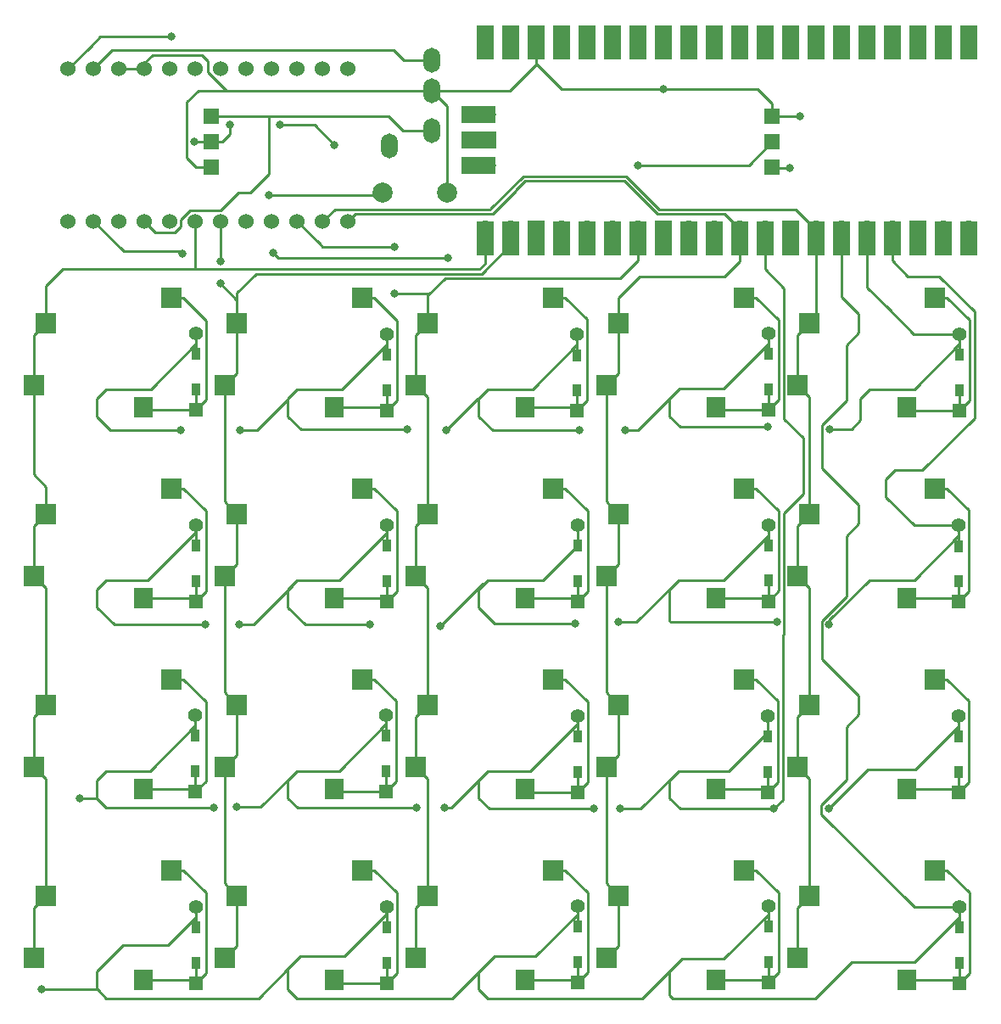
<source format=gbl>
G04 #@! TF.GenerationSoftware,KiCad,Pcbnew,(5.1.6-0-10_14)*
G04 #@! TF.CreationDate,2022-03-09T18:20:20+09:00*
G04 #@! TF.ProjectId,cool640,636f6f6c-3634-4302-9e6b-696361645f70,rev?*
G04 #@! TF.SameCoordinates,Original*
G04 #@! TF.FileFunction,Copper,L2,Bot*
G04 #@! TF.FilePolarity,Positive*
%FSLAX46Y46*%
G04 Gerber Fmt 4.6, Leading zero omitted, Abs format (unit mm)*
G04 Created by KiCad (PCBNEW (5.1.6-0-10_14)) date 2022-03-09 18:20:20*
%MOMM*%
%LPD*%
G01*
G04 APERTURE LIST*
G04 #@! TA.AperFunction,ComponentPad*
%ADD10C,1.524000*%
G04 #@! TD*
G04 #@! TA.AperFunction,ComponentPad*
%ADD11C,2.000000*%
G04 #@! TD*
G04 #@! TA.AperFunction,ComponentPad*
%ADD12O,1.700000X1.700000*%
G04 #@! TD*
G04 #@! TA.AperFunction,ComponentPad*
%ADD13R,1.700000X1.700000*%
G04 #@! TD*
G04 #@! TA.AperFunction,SMDPad,CuDef*
%ADD14R,1.700000X3.500000*%
G04 #@! TD*
G04 #@! TA.AperFunction,SMDPad,CuDef*
%ADD15R,3.500000X1.700000*%
G04 #@! TD*
G04 #@! TA.AperFunction,ComponentPad*
%ADD16O,1.700000X2.500000*%
G04 #@! TD*
G04 #@! TA.AperFunction,SMDPad,CuDef*
%ADD17R,1.524000X1.524000*%
G04 #@! TD*
G04 #@! TA.AperFunction,SMDPad,CuDef*
%ADD18R,2.000000X2.000000*%
G04 #@! TD*
G04 #@! TA.AperFunction,SMDPad,CuDef*
%ADD19R,1.900000X2.000000*%
G04 #@! TD*
G04 #@! TA.AperFunction,ComponentPad*
%ADD20C,1.397000*%
G04 #@! TD*
G04 #@! TA.AperFunction,ComponentPad*
%ADD21R,1.397000X1.397000*%
G04 #@! TD*
G04 #@! TA.AperFunction,SMDPad,CuDef*
%ADD22R,0.950000X1.300000*%
G04 #@! TD*
G04 #@! TA.AperFunction,ViaPad*
%ADD23C,0.800000*%
G04 #@! TD*
G04 #@! TA.AperFunction,Conductor*
%ADD24C,0.250000*%
G04 #@! TD*
G04 APERTURE END LIST*
D10*
X-4678000Y12651400D03*
X-2138000Y12651400D03*
X402000Y12651400D03*
X2942000Y12651400D03*
X5482000Y12651400D03*
X8022000Y12651400D03*
X10562000Y12651400D03*
X13102000Y12651400D03*
X15642000Y12651400D03*
X18182000Y12651400D03*
X20722000Y12651400D03*
X23262000Y12651400D03*
X23262000Y27871400D03*
X20722000Y27871400D03*
X18182000Y27871400D03*
X15642000Y27871400D03*
X13102000Y27871400D03*
X10562000Y27871400D03*
X8022000Y27871400D03*
X5482000Y27871400D03*
X2942000Y27871400D03*
X402000Y27871400D03*
X-2138000Y27871400D03*
X-4678000Y27871400D03*
D11*
X33180000Y15580000D03*
X26680000Y15580000D03*
D12*
X85200000Y11880000D03*
X82660000Y11880000D03*
D13*
X80120000Y11880000D03*
D12*
X77580000Y11880000D03*
X75040000Y11880000D03*
X72500000Y11880000D03*
X69960000Y11880000D03*
D13*
X67420000Y11880000D03*
D12*
X64880000Y11880000D03*
X62340000Y11880000D03*
X59800000Y11880000D03*
X57260000Y11880000D03*
D13*
X54720000Y11880000D03*
D12*
X52180000Y11880000D03*
X49640000Y11880000D03*
X47100000Y11880000D03*
X44560000Y11880000D03*
D13*
X42020000Y11880000D03*
D12*
X39480000Y11880000D03*
X36940000Y11880000D03*
X36940000Y29660000D03*
X39480000Y29660000D03*
D13*
X42020000Y29660000D03*
D12*
X44560000Y29660000D03*
X47100000Y29660000D03*
X49640000Y29660000D03*
X52180000Y29660000D03*
D13*
X54720000Y29660000D03*
D12*
X57260000Y29660000D03*
X59800000Y29660000D03*
X62340000Y29660000D03*
X64880000Y29660000D03*
D13*
X67420000Y29660000D03*
D12*
X69960000Y29660000D03*
X72500000Y29660000D03*
X75040000Y29660000D03*
X77580000Y29660000D03*
D13*
X80120000Y29660000D03*
D12*
X82660000Y29660000D03*
X85200000Y29660000D03*
D14*
X85200000Y10980000D03*
X82660000Y10980000D03*
X80120000Y10980000D03*
X77580000Y10980000D03*
X75040000Y10980000D03*
X72500000Y10980000D03*
X69960000Y10980000D03*
X67420000Y10980000D03*
X64880000Y10980000D03*
X62340000Y10980000D03*
X59800000Y10980000D03*
X57260000Y10980000D03*
X54720000Y10980000D03*
X52180000Y10980000D03*
X49640000Y10980000D03*
X47100000Y10980000D03*
X44560000Y10980000D03*
X42020000Y10980000D03*
X39480000Y10980000D03*
X36940000Y10980000D03*
X85200000Y30560000D03*
X82660000Y30560000D03*
X80120000Y30560000D03*
X77580000Y30560000D03*
X75040000Y30560000D03*
X72500000Y30560000D03*
X69960000Y30560000D03*
X67420000Y30560000D03*
X64880000Y30560000D03*
X62340000Y30560000D03*
X59800000Y30560000D03*
X57260000Y30560000D03*
X54720000Y30560000D03*
X52180000Y30560000D03*
X49640000Y30560000D03*
X47100000Y30560000D03*
X44560000Y30560000D03*
X42020000Y30560000D03*
X39480000Y30560000D03*
X36940000Y30560000D03*
D15*
X36270000Y18230000D03*
D12*
X37170000Y18230000D03*
D15*
X36270000Y20770000D03*
D13*
X37170000Y20770000D03*
D15*
X36270000Y23310000D03*
D12*
X37170000Y23310000D03*
D16*
X31590000Y28730000D03*
X31590000Y25730000D03*
X31590000Y21730000D03*
X27390000Y20230000D03*
D17*
X9620000Y23160000D03*
X9620000Y20620000D03*
X9620000Y18080000D03*
D18*
X49050000Y-22750000D03*
D19*
X59950000Y-24950000D03*
D18*
X50250000Y-16510000D03*
X62750000Y-13970000D03*
X68100000Y-22750000D03*
D19*
X79000000Y-24950000D03*
D18*
X69300000Y-16510000D03*
X81800000Y-13970000D03*
X30000000Y-22750000D03*
D19*
X40900000Y-24950000D03*
D18*
X31200000Y-16510000D03*
X43700000Y-13970000D03*
X10950000Y-22750000D03*
D19*
X21850000Y-24950000D03*
D18*
X12150000Y-16510000D03*
X24650000Y-13970000D03*
X-8100000Y-41800000D03*
D19*
X2800000Y-44000000D03*
D18*
X-6900000Y-35560000D03*
X5600000Y-33020000D03*
X10950000Y-60850000D03*
D19*
X21850000Y-63050000D03*
D18*
X12150000Y-54610000D03*
X24650000Y-52070000D03*
D20*
X84290000Y-55780000D03*
D21*
X84290000Y-63400000D03*
D22*
X84290000Y-61365000D03*
X84290000Y-57815000D03*
D18*
X30000000Y-41800000D03*
D19*
X40900000Y-44000000D03*
D18*
X31200000Y-35560000D03*
X43700000Y-33020000D03*
X10950000Y-41800000D03*
D19*
X21850000Y-44000000D03*
D18*
X12150000Y-35560000D03*
X24650000Y-33020000D03*
X68100000Y-60850000D03*
D19*
X79000000Y-63050000D03*
D18*
X69300000Y-54610000D03*
X81800000Y-52070000D03*
X49050000Y-60850000D03*
D19*
X59950000Y-63050000D03*
D18*
X50250000Y-54610000D03*
X62750000Y-52070000D03*
X-8100000Y-60850000D03*
D19*
X2800000Y-63050000D03*
D18*
X-6900000Y-54610000D03*
X5600000Y-52070000D03*
X68100000Y-41800000D03*
D19*
X79000000Y-44000000D03*
D18*
X69300000Y-35560000D03*
X81800000Y-33020000D03*
X49050000Y-41800000D03*
D19*
X59950000Y-44000000D03*
D18*
X50250000Y-35560000D03*
X62750000Y-33020000D03*
D20*
X27160000Y1410000D03*
D21*
X27160000Y-6210000D03*
D22*
X27160000Y-4175000D03*
X27160000Y-625000D03*
D20*
X8110000Y1450000D03*
D21*
X8110000Y-6170000D03*
D22*
X8110000Y-4135000D03*
X8110000Y-585000D03*
D20*
X65230000Y1480000D03*
D21*
X65230000Y-6140000D03*
D22*
X65230000Y-4105000D03*
X65230000Y-555000D03*
D20*
X46120000Y1360000D03*
D21*
X46120000Y-6260000D03*
D22*
X46120000Y-4225000D03*
X46120000Y-675000D03*
D20*
X84300000Y1420000D03*
D21*
X84300000Y-6200000D03*
D22*
X84300000Y-4165000D03*
X84300000Y-615000D03*
D20*
X84200000Y-17690000D03*
D21*
X84200000Y-25310000D03*
D22*
X84200000Y-23275000D03*
X84200000Y-19725000D03*
D20*
X65220000Y-17610000D03*
D21*
X65220000Y-25230000D03*
D22*
X65220000Y-23195000D03*
X65220000Y-19645000D03*
D20*
X46140000Y-17660000D03*
D21*
X46140000Y-25280000D03*
D22*
X46140000Y-23245000D03*
X46140000Y-19695000D03*
D20*
X27090000Y-17620000D03*
D21*
X27090000Y-25240000D03*
D22*
X27090000Y-23205000D03*
X27090000Y-19655000D03*
D20*
X8070000Y-17620000D03*
D21*
X8070000Y-25240000D03*
D22*
X8070000Y-23205000D03*
X8070000Y-19655000D03*
D18*
X68100000Y-3700000D03*
D19*
X79000000Y-5900000D03*
D18*
X69300000Y2540000D03*
X81800000Y5080000D03*
X49050000Y-3700000D03*
D19*
X59950000Y-5900000D03*
D18*
X50250000Y2540000D03*
X62750000Y5080000D03*
X30000000Y-3700000D03*
D19*
X40900000Y-5900000D03*
D18*
X31200000Y2540000D03*
X43700000Y5080000D03*
X10950000Y-3700000D03*
D19*
X21850000Y-5900000D03*
D18*
X12150000Y2540000D03*
X24650000Y5080000D03*
X-8100000Y-3700000D03*
D19*
X2800000Y-5900000D03*
D18*
X-6900000Y2540000D03*
X5600000Y5080000D03*
D20*
X65210000Y-55680000D03*
D21*
X65210000Y-63300000D03*
D22*
X65210000Y-61265000D03*
X65210000Y-57715000D03*
D20*
X46160000Y-55650000D03*
D21*
X46160000Y-63270000D03*
D22*
X46160000Y-61235000D03*
X46160000Y-57685000D03*
D20*
X27150000Y-55720000D03*
D21*
X27150000Y-63340000D03*
D22*
X27150000Y-61305000D03*
X27150000Y-57755000D03*
D20*
X8050000Y-55740000D03*
D21*
X8050000Y-63360000D03*
D22*
X8050000Y-61325000D03*
X8050000Y-57775000D03*
D20*
X84220000Y-36690000D03*
D21*
X84220000Y-44310000D03*
D22*
X84220000Y-42275000D03*
X84220000Y-38725000D03*
D20*
X65170000Y-36710000D03*
D21*
X65170000Y-44330000D03*
D22*
X65170000Y-42295000D03*
X65170000Y-38745000D03*
D20*
X46150000Y-36700000D03*
D21*
X46150000Y-44320000D03*
D22*
X46150000Y-42285000D03*
X46150000Y-38735000D03*
D20*
X27060000Y-36640000D03*
D21*
X27060000Y-44260000D03*
D22*
X27060000Y-42225000D03*
X27060000Y-38675000D03*
D20*
X8030000Y-36650000D03*
D21*
X8030000Y-44270000D03*
D22*
X8030000Y-42235000D03*
X8030000Y-38685000D03*
D18*
X-8100000Y-22750000D03*
D19*
X2800000Y-24950000D03*
D18*
X-6900000Y-16510000D03*
X5600000Y-13970000D03*
X30000000Y-60850000D03*
D19*
X40900000Y-63050000D03*
D18*
X31200000Y-54610000D03*
X43700000Y-52070000D03*
D17*
X65580000Y18070000D03*
X65580000Y20610000D03*
X65580000Y23150000D03*
D23*
X15370000Y15270000D03*
X65110000Y-7870000D03*
X71290000Y-8040000D03*
X46390000Y-8190000D03*
X50920000Y-8140000D03*
X33050000Y-8160000D03*
X12450000Y-8160000D03*
X6590000Y-8160000D03*
X29130000Y-8120000D03*
X71280000Y-27540000D03*
X50240000Y-27340000D03*
X12370000Y-27530000D03*
X9010000Y-27570000D03*
X66050000Y-27340000D03*
X32430000Y-27720000D03*
X45930000Y-27440000D03*
X25420000Y-27560000D03*
X9830000Y-45850000D03*
X12170000Y-45800000D03*
X32900000Y-45850000D03*
X30060000Y-45850000D03*
X65750000Y-45960000D03*
X-3540000Y-44890000D03*
X47750000Y-45970000D03*
X50420000Y-45970000D03*
X71220000Y-45960000D03*
X-7360000Y-63970000D03*
X10560000Y8680000D03*
X10500000Y6450000D03*
X27860000Y10150000D03*
X27870000Y5460000D03*
X15820000Y9510000D03*
X6760000Y9465000D03*
X33190000Y9030000D03*
X54720000Y25850000D03*
X68330000Y23180000D03*
X67340000Y17990000D03*
X21870000Y20320000D03*
X5590000Y31080000D03*
X7880000Y20630000D03*
X11460000Y22290000D03*
X16460000Y22290000D03*
X52220000Y18270000D03*
D24*
X5600000Y5080000D02*
X6850000Y5080000D01*
X9133501Y2796499D02*
X9133501Y-5146499D01*
X9133501Y-5146499D02*
X8110000Y-6170000D01*
X6850000Y5080000D02*
X9133501Y2796499D01*
X8110000Y-4135000D02*
X8110000Y-6170000D01*
X3070000Y-6170000D02*
X2800000Y-5900000D01*
X8110000Y-6170000D02*
X3070000Y-6170000D01*
X27160000Y-6210000D02*
X27160000Y-4175000D01*
X21850000Y-5900000D02*
X26850000Y-5900000D01*
X28183501Y-5186499D02*
X27160000Y-6210000D01*
X24650000Y5080000D02*
X25900000Y5080000D01*
X25900000Y5080000D02*
X28183501Y2796499D01*
X28183501Y2796499D02*
X28183501Y-5186499D01*
X26850000Y-5900000D02*
X27160000Y-6210000D01*
X43700000Y5080000D02*
X44950000Y5080000D01*
X46120000Y-4225000D02*
X46120000Y-6260000D01*
X47143501Y2886499D02*
X47143501Y-5236499D01*
X47143501Y-5236499D02*
X46120000Y-6260000D01*
X44950000Y5080000D02*
X47143501Y2886499D01*
X45760000Y-5900000D02*
X46120000Y-6260000D01*
X40900000Y-5900000D02*
X45760000Y-5900000D01*
X60190000Y-6140000D02*
X59950000Y-5900000D01*
X65230000Y-6140000D02*
X60190000Y-6140000D01*
X65230000Y-6140000D02*
X65230000Y-4105000D01*
X64000000Y5080000D02*
X66253501Y2826499D01*
X66253501Y-5116499D02*
X65230000Y-6140000D01*
X66253501Y2826499D02*
X66253501Y-5116499D01*
X62750000Y5080000D02*
X64000000Y5080000D01*
X85323501Y-5176499D02*
X84300000Y-6200000D01*
X84300000Y-6200000D02*
X84300000Y-4165000D01*
X81800000Y5080000D02*
X83050000Y5080000D01*
X83050000Y5080000D02*
X85323501Y2806499D01*
X85323501Y2806499D02*
X85323501Y-5176499D01*
X79300000Y-6200000D02*
X79000000Y-5900000D01*
X84300000Y-6200000D02*
X79300000Y-6200000D01*
X9093501Y-24216499D02*
X8070000Y-25240000D01*
X7780000Y-24950000D02*
X8070000Y-25240000D01*
X9093501Y-16213501D02*
X9093501Y-24216499D01*
X8070000Y-25240000D02*
X8070000Y-23205000D01*
X5600000Y-13970000D02*
X6850000Y-13970000D01*
X6850000Y-13970000D02*
X9093501Y-16213501D01*
X2800000Y-24950000D02*
X7780000Y-24950000D01*
X27090000Y-25240000D02*
X27090000Y-23205000D01*
X26800000Y-24950000D02*
X27090000Y-25240000D01*
X21850000Y-24950000D02*
X26800000Y-24950000D01*
X25900000Y-13970000D02*
X28113501Y-16183501D01*
X24650000Y-13970000D02*
X25900000Y-13970000D01*
X28113501Y-16183501D02*
X28113501Y-24216499D01*
X28113501Y-24216499D02*
X27090000Y-25240000D01*
X44950000Y-13970000D02*
X47163501Y-16183501D01*
X46140000Y-25280000D02*
X46140000Y-23245000D01*
X47163501Y-24256499D02*
X46140000Y-25280000D01*
X43700000Y-13970000D02*
X44950000Y-13970000D01*
X47163501Y-16183501D02*
X47163501Y-24256499D01*
X40900000Y-24950000D02*
X45810000Y-24950000D01*
X45810000Y-24950000D02*
X46140000Y-25280000D01*
X65220000Y-25230000D02*
X65220000Y-23195000D01*
X66243501Y-16213501D02*
X66243501Y-24206499D01*
X66243501Y-24206499D02*
X65220000Y-25230000D01*
X64940000Y-24950000D02*
X65220000Y-25230000D01*
X62750000Y-13970000D02*
X64000000Y-13970000D01*
X64000000Y-13970000D02*
X66243501Y-16213501D01*
X59950000Y-24950000D02*
X64940000Y-24950000D01*
X83840000Y-24950000D02*
X84200000Y-25310000D01*
X79000000Y-24950000D02*
X83840000Y-24950000D01*
X81800000Y-13970000D02*
X83050000Y-13970000D01*
X85223501Y-16143501D02*
X85223501Y-24286499D01*
X85223501Y-24286499D02*
X84200000Y-25310000D01*
X83050000Y-13970000D02*
X85223501Y-16143501D01*
X84200000Y-25310000D02*
X84200000Y-23275000D01*
X6850000Y-33020000D02*
X9053501Y-35223501D01*
X9053501Y-35223501D02*
X9053501Y-43246499D01*
X9053501Y-43246499D02*
X8030000Y-44270000D01*
X5600000Y-33020000D02*
X6850000Y-33020000D01*
X7760000Y-44000000D02*
X8030000Y-44270000D01*
X2800000Y-44000000D02*
X7760000Y-44000000D01*
X8030000Y-42235000D02*
X8030000Y-44270000D01*
X28083501Y-35203501D02*
X28083501Y-43236499D01*
X24650000Y-33020000D02*
X25900000Y-33020000D01*
X28083501Y-43236499D02*
X27060000Y-44260000D01*
X25900000Y-33020000D02*
X28083501Y-35203501D01*
X22110000Y-44260000D02*
X21850000Y-44000000D01*
X27060000Y-44260000D02*
X22110000Y-44260000D01*
X27060000Y-42225000D02*
X27060000Y-44260000D01*
X46150000Y-42285000D02*
X46150000Y-44320000D01*
X41220000Y-44320000D02*
X40900000Y-44000000D01*
X46150000Y-44320000D02*
X41220000Y-44320000D01*
X47173501Y-43296499D02*
X46150000Y-44320000D01*
X43700000Y-33020000D02*
X44950000Y-33020000D01*
X47173501Y-35243501D02*
X47173501Y-43296499D01*
X44950000Y-33020000D02*
X47173501Y-35243501D01*
X65170000Y-44330000D02*
X65170000Y-42295000D01*
X59950000Y-44000000D02*
X64840000Y-44000000D01*
X64840000Y-44000000D02*
X65170000Y-44330000D01*
X66193501Y-43306499D02*
X65170000Y-44330000D01*
X64000000Y-33020000D02*
X66193501Y-35213501D01*
X62750000Y-33020000D02*
X64000000Y-33020000D01*
X66193501Y-35213501D02*
X66193501Y-43306499D01*
X85243501Y-35213501D02*
X85243501Y-43286499D01*
X83050000Y-33020000D02*
X85243501Y-35213501D01*
X81800000Y-33020000D02*
X83050000Y-33020000D01*
X85243501Y-43286499D02*
X84220000Y-44310000D01*
X79000000Y-44000000D02*
X83910000Y-44000000D01*
X83910000Y-44000000D02*
X84220000Y-44310000D01*
X84220000Y-44310000D02*
X84220000Y-42275000D01*
X2800000Y-63050000D02*
X7740000Y-63050000D01*
X7740000Y-63050000D02*
X8050000Y-63360000D01*
X8050000Y-63360000D02*
X8050000Y-61325000D01*
X6850000Y-52070000D02*
X9073501Y-54293501D01*
X5600000Y-52070000D02*
X6850000Y-52070000D01*
X9073501Y-54293501D02*
X9073501Y-62336499D01*
X9073501Y-62336499D02*
X8050000Y-63360000D01*
X24650000Y-52070000D02*
X25900000Y-52070000D01*
X27150000Y-61305000D02*
X27150000Y-63340000D01*
X28173501Y-54343501D02*
X28173501Y-62316499D01*
X25900000Y-52070000D02*
X28173501Y-54343501D01*
X28173501Y-62316499D02*
X27150000Y-63340000D01*
X27150000Y-63340000D02*
X22140000Y-63340000D01*
X22140000Y-63340000D02*
X21850000Y-63050000D01*
X43700000Y-52070000D02*
X44950000Y-52070000D01*
X47183501Y-54303501D02*
X47183501Y-62246499D01*
X44950000Y-52070000D02*
X47183501Y-54303501D01*
X47183501Y-62246499D02*
X46160000Y-63270000D01*
X40900000Y-63050000D02*
X45940000Y-63050000D01*
X45940000Y-63050000D02*
X46160000Y-63270000D01*
X46160000Y-63270000D02*
X46160000Y-61235000D01*
X65210000Y-61265000D02*
X65210000Y-63300000D01*
X66233501Y-54303501D02*
X66233501Y-62276499D01*
X64960000Y-63050000D02*
X65210000Y-63300000D01*
X66233501Y-62276499D02*
X65210000Y-63300000D01*
X64000000Y-52070000D02*
X66233501Y-54303501D01*
X62750000Y-52070000D02*
X64000000Y-52070000D01*
X59950000Y-63050000D02*
X64960000Y-63050000D01*
X84290000Y-63400000D02*
X84290000Y-61365000D01*
X85313501Y-54333501D02*
X85313501Y-62376499D01*
X83050000Y-52070000D02*
X85313501Y-54333501D01*
X81800000Y-52070000D02*
X83050000Y-52070000D01*
X85313501Y-62376499D02*
X84290000Y-63400000D01*
X79000000Y-63050000D02*
X83940000Y-63050000D01*
X83940000Y-63050000D02*
X84290000Y-63400000D01*
X402000Y12651400D02*
X381400Y12651400D01*
X15370000Y15270000D02*
X26370000Y15270000D01*
X26370000Y15270000D02*
X26680000Y15580000D01*
X65230000Y-555000D02*
X65230000Y1480000D01*
X74374999Y-7174999D02*
X73509998Y-8040000D01*
X84300000Y1420000D02*
X84300000Y-615000D01*
X60727828Y-4010000D02*
X65230000Y492172D01*
X76914999Y4203999D02*
X77124499Y3994499D01*
X75040000Y6078998D02*
X77124499Y3994499D01*
X77124499Y3994499D02*
X79698998Y1420000D01*
X75040000Y11880000D02*
X75040000Y6078998D01*
X17224999Y-5023999D02*
X17224999Y-5105001D01*
X27160000Y-625000D02*
X27160000Y1410000D01*
X55324999Y-5023999D02*
X55296001Y-5023999D01*
X73509998Y-8040000D02*
X71290000Y-8040000D01*
X23262000Y27871400D02*
X23262000Y28022000D01*
X79792829Y-4074999D02*
X75323999Y-4074999D01*
X36274999Y-6776001D02*
X36274999Y-5023999D01*
X37688998Y-8190000D02*
X36274999Y-6776001D01*
X74374999Y-5023999D02*
X74374999Y-7174999D01*
X84300000Y1420000D02*
X84300000Y432172D01*
X84300000Y432172D02*
X79792829Y-4074999D01*
X75323999Y-4074999D02*
X74374999Y-5023999D01*
X46390000Y-8190000D02*
X37688998Y-8190000D01*
X46120000Y1360000D02*
X46120000Y-675000D01*
X55324999Y-5023999D02*
X56338998Y-4010000D01*
X55324999Y-6776001D02*
X55324999Y-5023999D01*
X56418998Y-7870000D02*
X55324999Y-6776001D01*
X65110000Y-7870000D02*
X56418998Y-7870000D01*
X55296001Y-5023999D02*
X52180000Y-8140000D01*
X41672829Y-4074999D02*
X46120000Y372172D01*
X46120000Y372172D02*
X46120000Y1360000D01*
X37223999Y-4074999D02*
X41672829Y-4074999D01*
X52180000Y-8140000D02*
X50920000Y-8140000D01*
X56338998Y-4010000D02*
X60727828Y-4010000D01*
X65230000Y492172D02*
X65230000Y1480000D01*
X8110000Y1450000D02*
X8110000Y-585000D01*
X79698998Y1420000D02*
X84300000Y1420000D01*
X-1825001Y-6776001D02*
X-1825001Y-5023999D01*
X8110000Y462172D02*
X8110000Y1450000D01*
X3572829Y-4074999D02*
X8110000Y462172D01*
X-441002Y-8160000D02*
X-1825001Y-6776001D01*
X-1825001Y-5023999D02*
X-876001Y-4074999D01*
X-876001Y-4074999D02*
X3572829Y-4074999D01*
X6590000Y-8160000D02*
X-441002Y-8160000D01*
X27160000Y422172D02*
X27160000Y1410000D01*
X22662829Y-4074999D02*
X27160000Y422172D01*
X14170000Y-8160000D02*
X12450000Y-8160000D01*
X17224999Y-5105001D02*
X14170000Y-8160000D01*
X36186001Y-5023999D02*
X33050000Y-8160000D01*
X18173999Y-4074999D02*
X22662829Y-4074999D01*
X84300000Y1790000D02*
X84300000Y1420000D01*
X18568998Y-8120000D02*
X17224999Y-6776001D01*
X36584499Y-4714499D02*
X37223999Y-4074999D01*
X17224999Y-6776001D02*
X17224999Y-5023999D01*
X17224999Y-5023999D02*
X18173999Y-4074999D01*
X29130000Y-8120000D02*
X18568998Y-8120000D01*
X36274999Y-5023999D02*
X36186001Y-5023999D01*
X36274999Y-5023999D02*
X36584499Y-4714499D01*
X77580000Y8760000D02*
X79140000Y7200000D01*
X27090000Y-19655000D02*
X27090000Y-17620000D01*
X71280000Y-27168998D02*
X71280000Y-27540000D01*
X8070000Y-17620000D02*
X8070000Y-19655000D01*
X84200000Y-19725000D02*
X84200000Y-17690000D01*
X27090000Y-18397002D02*
X27090000Y-17620000D01*
X55324999Y-24073999D02*
X56084499Y-23314499D01*
X66050000Y-27340000D02*
X55470000Y-27340000D01*
X45930000Y-27440000D02*
X37888998Y-27440000D01*
X8070000Y-18309998D02*
X8070000Y-17620000D01*
X37888998Y-27440000D02*
X36274999Y-25826001D01*
X84200000Y-17690000D02*
X84200000Y-18677828D01*
X75323999Y-23124999D02*
X71280000Y-27168998D01*
X84200000Y-18677828D02*
X79752829Y-23124999D01*
X-1825001Y-24073999D02*
X-876001Y-23124999D01*
X17224999Y-25826001D02*
X17224999Y-24073999D01*
X37223999Y-23124999D02*
X42724999Y-23124999D01*
X-876001Y-23124999D02*
X3254999Y-23124999D01*
X79752829Y-23124999D02*
X75323999Y-23124999D01*
X-1825001Y-25826001D02*
X-1825001Y-24073999D01*
X22362003Y-23124999D02*
X27090000Y-18397002D01*
X36274999Y-25826001D02*
X36274999Y-24073999D01*
X-81002Y-27570000D02*
X-1825001Y-25826001D01*
X3254999Y-23124999D02*
X8070000Y-18309998D01*
X25420000Y-27560000D02*
X18958998Y-27560000D01*
X56084499Y-23314499D02*
X56084499Y-23315501D01*
X56084499Y-23314499D02*
X56273999Y-23124999D01*
X18173999Y-23124999D02*
X22362003Y-23124999D01*
X9010000Y-27570000D02*
X-81002Y-27570000D01*
X18958998Y-27560000D02*
X17224999Y-25826001D01*
X65220000Y-19645000D02*
X65220000Y-17610000D01*
X46140000Y-17660000D02*
X46140000Y-19695000D01*
X77580000Y11880000D02*
X76914999Y11214999D01*
X56084499Y-23315501D02*
X52060000Y-27340000D01*
X52060000Y-27340000D02*
X50240000Y-27340000D01*
X17714499Y-23584499D02*
X18173999Y-23124999D01*
X13820000Y-27530000D02*
X12370000Y-27530000D01*
X17714499Y-23635501D02*
X13820000Y-27530000D01*
X17714499Y-23584499D02*
X17714499Y-23635501D01*
X17224999Y-24073999D02*
X17714499Y-23584499D01*
X56273999Y-23124999D02*
X60724999Y-23124999D01*
X55324999Y-27194999D02*
X55324999Y-24073999D01*
X55470000Y-27340000D02*
X55324999Y-27194999D01*
X80585001Y-12144999D02*
X77863999Y-12144999D01*
X76914999Y-14846001D02*
X79758998Y-17690000D01*
X79758998Y-17690000D02*
X84200000Y-17690000D01*
X76914999Y-13093999D02*
X76914999Y-14846001D01*
X77863999Y-12144999D02*
X76914999Y-13093999D01*
X85773511Y-6956489D02*
X80585001Y-12144999D01*
X77580000Y11880000D02*
X77580000Y8760000D01*
X82265002Y7200000D02*
X85773511Y3691491D01*
X79140000Y7200000D02*
X82265002Y7200000D01*
X36274999Y-24073999D02*
X36899499Y-23449499D01*
X36899499Y-23449499D02*
X37223999Y-23124999D01*
X42724999Y-23124999D02*
X46140000Y-19709998D01*
X36700501Y-23449499D02*
X32430000Y-27720000D01*
X60724999Y-23124999D02*
X65220000Y-18629998D01*
X65220000Y-18629998D02*
X65220000Y-17610000D01*
X46140000Y-19709998D02*
X46140000Y-17660000D01*
X36899499Y-23449499D02*
X36700501Y-23449499D01*
X85773511Y3691491D02*
X85773511Y-6956489D01*
X33548998Y-45850000D02*
X32900000Y-45850000D01*
X-876001Y-42174999D02*
X-1825001Y-43123999D01*
X-1811002Y-44890000D02*
X-1730501Y-44970501D01*
X-3540000Y-44890000D02*
X-1811002Y-44890000D01*
X-1730501Y-44970501D02*
X-876001Y-45825001D01*
X-1825001Y-44876001D02*
X-1730501Y-44970501D01*
X41412003Y-42174999D02*
X37223999Y-42174999D01*
X8030000Y-36650000D02*
X8030000Y-38685000D01*
X27060000Y-37477002D02*
X27060000Y-36640000D01*
X18173999Y-42174999D02*
X22362003Y-42174999D01*
X8504999Y-45825001D02*
X8529998Y-45850000D01*
X8529998Y-45850000D02*
X9830000Y-45850000D01*
X12170000Y-45800000D02*
X14548998Y-45800000D01*
X22362003Y-42174999D02*
X27060000Y-37477002D01*
X-876001Y-45825001D02*
X8504999Y-45825001D01*
X8030000Y-36650000D02*
X8030000Y-37637828D01*
X61264999Y-42174999D02*
X65170000Y-38269998D01*
X8030000Y-37637828D02*
X3492829Y-42174999D01*
X-1825001Y-43123999D02*
X-1825001Y-44876001D01*
X65170000Y-38269998D02*
X65170000Y-36710000D01*
X66643511Y-28626489D02*
X66775001Y-28494999D01*
X68672364Y-14552634D02*
X68672364Y-8929931D01*
X66775001Y-26991999D02*
X66774999Y-26991997D01*
X68672364Y-8929931D02*
X66774999Y-7032566D01*
X65750000Y-45960000D02*
X66643511Y-45066489D01*
X66774999Y-7032566D02*
X66774999Y5985001D01*
X66775001Y-28494999D02*
X66775001Y-26991999D01*
X66774999Y-16449999D02*
X68672364Y-14552634D01*
X66774999Y5985001D02*
X64880000Y7880000D01*
X64880000Y7880000D02*
X64880000Y11880000D01*
X66774999Y-26991997D02*
X66774999Y-16449999D01*
X66643511Y-45066489D02*
X66643511Y-28626489D01*
X3492829Y-42174999D02*
X-876001Y-42174999D01*
X65170000Y-38745000D02*
X65170000Y-36710000D01*
X27060000Y-36640000D02*
X27060000Y-38675000D01*
X46150000Y-36700000D02*
X46150000Y-37437002D01*
X46150000Y-37437002D02*
X41412003Y-42174999D01*
X46150000Y-36700000D02*
X46150000Y-38735000D01*
X84220000Y-38725000D02*
X84220000Y-36690000D01*
X14548998Y-45800000D02*
X17574499Y-42774499D01*
X17574499Y-42774499D02*
X17224999Y-43123999D01*
X17574499Y-42774499D02*
X18173999Y-42174999D01*
X17224999Y-44876001D02*
X18198998Y-45850000D01*
X50420000Y-45970000D02*
X52478998Y-45970000D01*
X56273999Y-42174999D02*
X61264999Y-42174999D01*
X18198998Y-45850000D02*
X30060000Y-45850000D01*
X17224999Y-43123999D02*
X17224999Y-44876001D01*
X55324999Y-43123999D02*
X55324999Y-44876001D01*
X55324999Y-44876001D02*
X56408998Y-45960000D01*
X55994499Y-42454499D02*
X55324999Y-43123999D01*
X52478998Y-45970000D02*
X55994499Y-42454499D01*
X55994499Y-42454499D02*
X56273999Y-42174999D01*
X37223999Y-42174999D02*
X36514499Y-42884499D01*
X36274999Y-44876001D02*
X37368998Y-45970000D01*
X36274999Y-43123999D02*
X36274999Y-44876001D01*
X71220000Y-45960000D02*
X75150000Y-42030000D01*
X79867828Y-42030000D02*
X84220000Y-37677828D01*
X84220000Y-37677828D02*
X84220000Y-36690000D01*
X75150000Y-42030000D02*
X79867828Y-42030000D01*
X36514499Y-42884499D02*
X36274999Y-43123999D01*
X56408998Y-45960000D02*
X65750000Y-45960000D01*
X36514499Y-42884499D02*
X33548998Y-45850000D01*
X37368998Y-45970000D02*
X47750000Y-45970000D01*
X17325000Y-61875000D02*
X14324999Y-64875001D01*
X46160000Y-55650000D02*
X46160000Y-57685000D01*
X-1825001Y-63926001D02*
X-1825001Y-62173999D01*
X8050000Y-55740000D02*
X8050000Y-57775000D01*
X14324999Y-64875001D02*
X-876001Y-64875001D01*
X18173999Y-64875001D02*
X17224999Y-63926001D01*
X36405000Y-62095000D02*
X33624999Y-64875001D01*
X36274999Y-62225001D02*
X36405000Y-62095000D01*
X17224999Y-63926001D02*
X17224999Y-61975001D01*
X33624999Y-64875001D02*
X18173999Y-64875001D01*
X36405000Y-62095000D02*
X37840000Y-60660000D01*
X84290000Y-57815000D02*
X84290000Y-55780000D01*
X17325000Y-61875000D02*
X18510000Y-60690000D01*
X17224999Y-61975001D02*
X17325000Y-61875000D01*
X65210000Y-55680000D02*
X65210000Y-57715000D01*
X8050000Y-56727828D02*
X8050000Y-55740000D01*
X55459499Y-62039499D02*
X52623997Y-64875001D01*
X37840000Y-60660000D02*
X41977002Y-60660000D01*
X55459499Y-62039499D02*
X56588998Y-60910000D01*
X41977002Y-60660000D02*
X46160000Y-56477002D01*
X36274999Y-63926001D02*
X36274999Y-62225001D01*
X22897002Y-60690000D02*
X27150000Y-56437002D01*
X27150000Y-56437002D02*
X27150000Y-55720000D01*
X55324999Y-62173999D02*
X55459499Y-62039499D01*
X60777002Y-60910000D02*
X65210000Y-56477002D01*
X56588998Y-60910000D02*
X60777002Y-60910000D01*
X46160000Y-56477002D02*
X46160000Y-55650000D01*
X823997Y-59525001D02*
X5252827Y-59525001D01*
X18510000Y-60690000D02*
X22897002Y-60690000D01*
X5252827Y-59525001D02*
X8050000Y-56727828D01*
X65210000Y-56477002D02*
X65210000Y-55680000D01*
X-1825001Y-62173999D02*
X823997Y-59525001D01*
X37223999Y-64875001D02*
X36274999Y-63926001D01*
X52623997Y-64875001D02*
X37223999Y-64875001D01*
X70564999Y-7691999D02*
X70564999Y-11983997D01*
X73025001Y-24721997D02*
X70554999Y-27191999D01*
X73025001Y-18709997D02*
X73025001Y-24721997D01*
X74215001Y-15633999D02*
X74215001Y-17519997D01*
X70494999Y-45611999D02*
X70494999Y-46526001D01*
X73025001Y-37759997D02*
X73025001Y-43081997D01*
X72500000Y11880000D02*
X72500000Y5131002D01*
X73025001Y-5231997D02*
X70564999Y-7691999D01*
X79748998Y-55780000D02*
X84290000Y-55780000D01*
X70554999Y-31023997D02*
X74215001Y-34683999D01*
X70494999Y-46526001D02*
X79748998Y-55780000D01*
X74215001Y3416001D02*
X74215001Y1530003D01*
X74215001Y-34683999D02*
X74215001Y-36569997D01*
X74215001Y-17519997D02*
X73025001Y-18709997D01*
X72500000Y5131002D02*
X74215001Y3416001D01*
X70554999Y-27191999D02*
X70554999Y-31023997D01*
X74215001Y-36569997D02*
X73025001Y-37759997D01*
X74215001Y1530003D02*
X73025001Y340003D01*
X73025001Y340003D02*
X73025001Y-5231997D01*
X70564999Y-11983997D02*
X74215001Y-15633999D01*
X73025001Y-43081997D02*
X70494999Y-45611999D01*
X27150000Y-55720000D02*
X27150000Y-57755000D01*
X-1685501Y-64065501D02*
X-1825001Y-63926001D01*
X-1781002Y-63970000D02*
X-1685501Y-64065501D01*
X-7360000Y-63970000D02*
X-1781002Y-63970000D01*
X-876001Y-64875001D02*
X-1685501Y-64065501D01*
X55324999Y-64524999D02*
X55324999Y-62173999D01*
X84290000Y-56767828D02*
X79832829Y-61224999D01*
X79832829Y-61224999D02*
X73526003Y-61224999D01*
X55675001Y-64875001D02*
X55324999Y-64524999D01*
X84290000Y-55780000D02*
X84290000Y-56767828D01*
X69876001Y-64875001D02*
X55675001Y-64875001D01*
X73526003Y-61224999D02*
X69876001Y-64875001D01*
X-8100000Y-60850000D02*
X-8100000Y-55810000D01*
X-8100000Y-41800000D02*
X-8100000Y-36760000D01*
X-6900000Y-54610000D02*
X-6900000Y-43000000D01*
X-8100000Y-55810000D02*
X-6900000Y-54610000D01*
X-6900000Y-43000000D02*
X-8100000Y-41800000D01*
X-8100000Y-36760000D02*
X-6900000Y-35560000D01*
X8022000Y12651400D02*
X8022000Y7978000D01*
X8022000Y7978000D02*
X8119990Y7880010D01*
X17520010Y7880010D02*
X8119990Y7880010D01*
X8119990Y7880010D02*
X-5219990Y7880010D01*
X-6900000Y6200000D02*
X-6900000Y2540000D01*
X-5219990Y7880010D02*
X-6900000Y6200000D01*
X36398612Y7890020D02*
X17530020Y7890020D01*
X36940000Y11880000D02*
X36940000Y8431408D01*
X36940000Y8431408D02*
X36398612Y7890020D01*
X17530020Y7890020D02*
X17520010Y7880010D01*
X-8100000Y-3700000D02*
X-8100000Y1340000D01*
X-8100000Y1340000D02*
X-6900000Y2540000D01*
X-8100000Y-12610000D02*
X-6900000Y-13810000D01*
X-6900000Y-16510000D02*
X-6900000Y-13810000D01*
X-6900000Y-23950000D02*
X-8100000Y-22750000D01*
X-8100000Y-22750000D02*
X-8100000Y-17710000D01*
X-6900000Y-35560000D02*
X-6900000Y-23950000D01*
X-8100000Y-17710000D02*
X-6900000Y-16510000D01*
X-8100000Y-3700000D02*
X-8100000Y-12610000D01*
X12150000Y-40600000D02*
X10950000Y-41800000D01*
X12150000Y-59650000D02*
X10950000Y-60850000D01*
X12150000Y-35560000D02*
X12150000Y-40600000D01*
X12150000Y-54610000D02*
X12150000Y-59650000D01*
X10950000Y-22750000D02*
X10950000Y-34360000D01*
X10950000Y-34360000D02*
X12150000Y-35560000D01*
X10562000Y8682000D02*
X10560000Y8680000D01*
X10562000Y9688000D02*
X10562000Y9392000D01*
X10562000Y9688000D02*
X10562000Y8682000D01*
X10562000Y12651400D02*
X10562000Y9688000D01*
X10950000Y-41800000D02*
X10950000Y-53410000D01*
X10950000Y-53410000D02*
X12150000Y-54610000D01*
X10950000Y-3700000D02*
X10950000Y-15310000D01*
X10950000Y-15310000D02*
X12150000Y-16510000D01*
X12150000Y2540000D02*
X12150000Y-2500000D01*
X12150000Y-2500000D02*
X10950000Y-3700000D01*
X12150000Y-21550000D02*
X10950000Y-22750000D01*
X12150000Y-16510000D02*
X12150000Y-21550000D01*
X12150000Y5530000D02*
X12150000Y3980000D01*
X10562000Y9392000D02*
X10530000Y9360000D01*
X12150000Y4800000D02*
X12150000Y3980000D01*
X12150000Y3980000D02*
X12150000Y2540000D01*
X10500000Y6450000D02*
X12150000Y4800000D01*
X18560010Y7440010D02*
X18550000Y7430000D01*
X36585012Y7440010D02*
X18560010Y7440010D01*
X39480000Y10334998D02*
X36585012Y7440010D01*
X39480000Y11880000D02*
X39480000Y10334998D01*
X18550000Y7430000D02*
X14050000Y7430000D01*
X14050000Y7430000D02*
X12150000Y5530000D01*
X31200000Y-54610000D02*
X31200000Y-43000000D01*
X30000000Y-22750000D02*
X30000000Y-17710000D01*
X30000000Y-17710000D02*
X31200000Y-16510000D01*
X31200000Y-43000000D02*
X30000000Y-41800000D01*
X27860000Y10150000D02*
X20683400Y10150000D01*
X20683400Y10150000D02*
X20406700Y10426700D01*
X30000000Y-55810000D02*
X31200000Y-54610000D01*
X30000000Y-60850000D02*
X30000000Y-55810000D01*
X32950000Y6990000D02*
X31315000Y5355000D01*
X31210000Y5460000D02*
X31315000Y5355000D01*
X27870000Y5460000D02*
X31210000Y5460000D01*
X31315000Y5355000D02*
X31200000Y5240000D01*
X18182000Y12651400D02*
X20406700Y10426700D01*
X31200000Y-23950000D02*
X30000000Y-22750000D01*
X30000000Y-41800000D02*
X30000000Y-36760000D01*
X30000000Y-36760000D02*
X31200000Y-35560000D01*
X31200000Y-35560000D02*
X31200000Y-23950000D01*
X30000000Y1340000D02*
X31200000Y2540000D01*
X30000000Y-3700000D02*
X30000000Y1340000D01*
X52180000Y8740000D02*
X50430000Y6990000D01*
X31200000Y-16510000D02*
X31200000Y-4900000D01*
X31200000Y-4900000D02*
X30000000Y-3700000D01*
X31200000Y5240000D02*
X31200000Y2540000D01*
X50430000Y6990000D02*
X32950000Y6990000D01*
X52180000Y11880000D02*
X52180000Y8740000D01*
X50250000Y-54610000D02*
X50250000Y-59650000D01*
X49050000Y-3700000D02*
X49050000Y-15310000D01*
X49050000Y-34360000D02*
X50250000Y-35560000D01*
X50250000Y-21550000D02*
X49050000Y-22750000D01*
X49050000Y-15310000D02*
X50250000Y-16510000D01*
X50250000Y-59650000D02*
X49050000Y-60850000D01*
X49050000Y-22750000D02*
X49050000Y-34360000D01*
X50250000Y-16510000D02*
X50250000Y-21550000D01*
X60806601Y13413399D02*
X62340000Y11880000D01*
X50250000Y-35560000D02*
X50250000Y-40600000D01*
X50250000Y-40600000D02*
X49050000Y-41800000D01*
X50250000Y-2500000D02*
X49050000Y-3700000D01*
X50250000Y2540000D02*
X50250000Y-2500000D01*
X24023999Y13413399D02*
X37672992Y13413398D01*
X40009594Y15793184D02*
X40936400Y16719990D01*
X40936400Y16719990D02*
X50853600Y16719990D01*
X37672992Y13413398D02*
X40009594Y15750000D01*
X23262000Y12651400D02*
X24023999Y13413399D01*
X50853600Y16719990D02*
X54160191Y13413399D01*
X40009594Y15750000D02*
X40009594Y15793184D01*
X52370000Y7150000D02*
X50250000Y5030000D01*
X50250000Y5030000D02*
X50250000Y2540000D01*
X54160191Y13413399D02*
X60806601Y13413399D01*
X60820000Y7150000D02*
X52370000Y7150000D01*
X62340000Y11880000D02*
X62340000Y8670000D01*
X62340000Y8670000D02*
X60820000Y7150000D01*
X49050000Y-41800000D02*
X49050000Y-53410000D01*
X49050000Y-53410000D02*
X50250000Y-54610000D01*
X3770000Y29290000D02*
X2942000Y28462000D01*
X2942000Y28462000D02*
X2942000Y27871400D01*
X31590000Y25730000D02*
X39400000Y25730000D01*
X39400000Y25730000D02*
X42020000Y28350000D01*
X7154999Y18995001D02*
X7154999Y24584999D01*
X9620000Y18080000D02*
X8070000Y18080000D01*
X8070000Y18080000D02*
X7154999Y18995001D01*
X853400Y9660000D02*
X6565000Y9660000D01*
X6565000Y9660000D02*
X6760000Y9465000D01*
X33180000Y15580000D02*
X33180000Y24140000D01*
X33180000Y24140000D02*
X31590000Y25730000D01*
X8300000Y25730000D02*
X12840000Y25730000D01*
X31590000Y25730000D02*
X12840000Y25730000D01*
X12840000Y25730000D02*
X12460000Y25730000D01*
X7154999Y24584999D02*
X8300000Y25730000D01*
X16300000Y9030000D02*
X33190000Y9030000D01*
X-2138000Y12651400D02*
X853400Y9660000D01*
X15820000Y9510000D02*
X16300000Y9030000D01*
X11270000Y25730000D02*
X12460000Y25730000D01*
X11094638Y25730000D02*
X11270000Y25730000D01*
X7690000Y29290000D02*
X3770000Y29290000D01*
X8630000Y29290000D02*
X7690000Y29290000D01*
X9285000Y28635000D02*
X9285000Y28415000D01*
X8320000Y29290000D02*
X7690000Y29290000D01*
X9285000Y27539638D02*
X11094638Y25730000D01*
X12460000Y25730000D02*
X11900000Y25730000D01*
X9285000Y28415000D02*
X9285000Y27539638D01*
X9285000Y28635000D02*
X8630000Y29290000D01*
X2942000Y27871400D02*
X402000Y27871400D01*
X42020000Y28350000D02*
X42020000Y28530000D01*
X42020000Y28530000D02*
X42020000Y28390000D01*
X42020000Y28530000D02*
X42020000Y29660000D01*
X42020000Y28390000D02*
X44560000Y25850000D01*
X44560000Y25850000D02*
X54720000Y25850000D01*
X65580000Y23150000D02*
X67380000Y23150000D01*
X68300000Y23150000D02*
X68330000Y23180000D01*
X65580000Y23150000D02*
X68300000Y23150000D01*
X54720000Y25850000D02*
X64170000Y25850000D01*
X65580000Y24440000D02*
X65580000Y23150000D01*
X64170000Y25850000D02*
X65580000Y24440000D01*
X-269390Y29740010D02*
X27819990Y29740010D01*
X28830000Y28730000D02*
X31590000Y28730000D01*
X27819990Y29740010D02*
X28830000Y28730000D01*
X-2138000Y27871400D02*
X-269390Y29740010D01*
X15360000Y23160000D02*
X15360000Y17390000D01*
X12330000Y23160000D02*
X15360000Y23160000D01*
X15360000Y23160000D02*
X27340000Y23160000D01*
X13470000Y15500000D02*
X12330000Y15500000D01*
X15360000Y17390000D02*
X13470000Y15500000D01*
X28770000Y21730000D02*
X31590000Y21730000D01*
X27340000Y23160000D02*
X28770000Y21730000D01*
X6003761Y11564399D02*
X6569001Y12129639D01*
X10568401Y13738401D02*
X12330000Y15500000D01*
X7500239Y13738401D02*
X10568401Y13738401D01*
X6569001Y12807163D02*
X7500239Y13738401D01*
X2942000Y12651400D02*
X4029001Y11564399D01*
X6569001Y12129639D02*
X6569001Y12807163D01*
X9620000Y23160000D02*
X12330000Y23160000D01*
X4029001Y11564399D02*
X6003761Y11564399D01*
X65660000Y17990000D02*
X65580000Y18070000D01*
X67340000Y17990000D02*
X65660000Y17990000D01*
X19900000Y22290000D02*
X16460000Y22290000D01*
X21870000Y20320000D02*
X19900000Y22290000D01*
X9940000Y20300000D02*
X9620000Y20620000D01*
X9410000Y20700000D02*
X9420000Y20710000D01*
X-1460000Y31080000D02*
X5590000Y31080000D01*
X-2494700Y30054700D02*
X-2485300Y30054700D01*
X-4678000Y27871400D02*
X-2494700Y30054700D01*
X-2494700Y30054700D02*
X-2269400Y30280000D01*
X-2485300Y30054700D02*
X-1460000Y31080000D01*
X7890000Y20620000D02*
X7880000Y20630000D01*
X9620000Y20620000D02*
X7890000Y20620000D01*
X10730000Y20620000D02*
X9620000Y20620000D01*
X11460000Y21350000D02*
X10730000Y20620000D01*
X9540000Y20700000D02*
X9620000Y20620000D01*
X16460000Y22290000D02*
X16460000Y22290000D01*
X11460000Y22290000D02*
X11460000Y21350000D01*
X63240000Y18270000D02*
X65580000Y20610000D01*
X52220000Y18270000D02*
X63240000Y18270000D01*
X68100000Y-41800000D02*
X68100000Y-36760000D01*
X68100000Y-36760000D02*
X69300000Y-35560000D01*
X68100000Y-17710000D02*
X69300000Y-16510000D01*
X68100000Y-22750000D02*
X68100000Y-17710000D01*
X20722000Y12651400D02*
X21934008Y13863408D01*
X67910893Y13863408D02*
X69894301Y11880000D01*
X69894301Y11880000D02*
X69960000Y11880000D01*
X68100000Y-55810000D02*
X69300000Y-54610000D01*
X68100000Y-60850000D02*
X68100000Y-55810000D01*
X37486592Y13906592D02*
X40750000Y17170000D01*
X69300000Y-4900000D02*
X68100000Y-3700000D01*
X69300000Y-43000000D02*
X68100000Y-41800000D01*
X68100000Y1340000D02*
X69300000Y2540000D01*
X69300000Y-54610000D02*
X69300000Y-43000000D01*
X69300000Y-35560000D02*
X69300000Y-23950000D01*
X68100000Y-3700000D02*
X68100000Y1340000D01*
X69300000Y-23950000D02*
X68100000Y-22750000D01*
X69300000Y-16510000D02*
X69300000Y-4900000D01*
X69960000Y3200000D02*
X69300000Y2540000D01*
X69960000Y11880000D02*
X69960000Y3200000D01*
X21934008Y13863408D02*
X37486592Y13863408D01*
X51040000Y17170000D02*
X54346592Y13863408D01*
X37486592Y13863408D02*
X37486592Y13906592D01*
X54346592Y13863408D02*
X67910893Y13863408D01*
X40750000Y17170000D02*
X51040000Y17170000D01*
M02*

</source>
